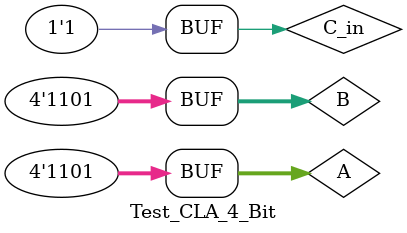
<source format=v>
`timescale 1ns / 1ps

module Test_CLA_4_Bit;

	// Inputs
	reg [3:0] A;
	reg [3:0] B;
	reg C_in;

	// Outputs
	wire [3:0] S;
	wire Block_P;
	wire Block_G;

	// Instantiate the Unit Under Test (UUT)
	CLA_4_Bit uut (
		.A(A), 
		.B(B), 
		.C_in(C_in), 
		.S(S), 
		.Block_P(Block_P), 
		.Block_G(Block_G)
	);

	initial begin
		$monitor ("Test Bench for 8 Bit Augmented CLA\n"); 
		$monitor ("in1 = %d, in2 = %d, c_in = %d, sum = %d, block p = %d, block g = %d\n", A, B, C_in, S, Block_P, Block_G);
		// Initialize Inputs 
		A = 4'd12; B = 4'd3; C_in = 0;
		#100;
		A = 4'd5; B = 4'd8; C_in = 0;
		#100
		A = 4'd9; B = 4'd2; C_in = 1;
		#100;
		A = 4'b1101; B = 4'b1101; C_in = 1;
	end
      
endmodule
</source>
